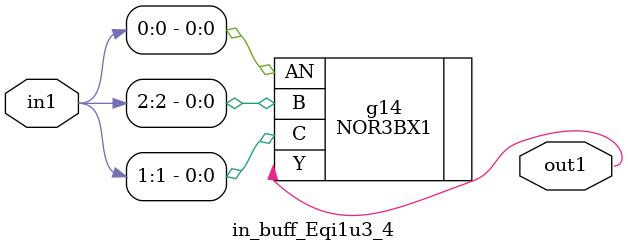
<source format=v>
`timescale 1ps / 1ps


module in_buff_Eqi1u3_4(in1, out1);
  input [2:0] in1;
  output out1;
  wire [2:0] in1;
  wire out1;
  NOR3BX1 g14(.AN (in1[0]), .B (in1[2]), .C (in1[1]), .Y (out1));
endmodule



</source>
